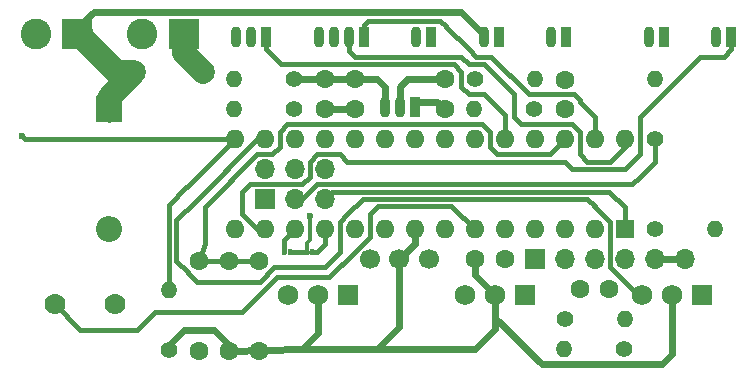
<source format=gtl>
G04 #@! TF.FileFunction,Copper,L1,Top,Signal*
%FSLAX46Y46*%
G04 Gerber Fmt 4.6, Leading zero omitted, Abs format (unit mm)*
G04 Created by KiCad (PCBNEW 4.0.7) date 08/30/19 18:47:50*
%MOMM*%
%LPD*%
G01*
G04 APERTURE LIST*
%ADD10C,0.100000*%
%ADD11O,0.900000X1.800000*%
%ADD12R,0.900000X1.700000*%
%ADD13R,0.850000X1.700000*%
%ADD14O,0.850000X1.800000*%
%ADD15C,1.600000*%
%ADD16R,2.200000X2.200000*%
%ADD17O,2.200000X2.200000*%
%ADD18C,2.000000*%
%ADD19C,1.778000*%
%ADD20R,1.700000X1.700000*%
%ADD21O,1.700000X1.700000*%
%ADD22C,1.750000*%
%ADD23R,1.750000X1.750000*%
%ADD24R,1.600000X1.600000*%
%ADD25O,1.600000X1.600000*%
%ADD26R,2.600000X2.600000*%
%ADD27C,2.600000*%
%ADD28C,1.700000*%
%ADD29C,1.400000*%
%ADD30O,1.400000X1.400000*%
%ADD31R,0.400000X0.600000*%
%ADD32C,0.600000*%
%ADD33C,0.406400*%
%ADD34C,0.609600*%
%ADD35C,0.304800*%
%ADD36C,2.032000*%
G04 APERTURE END LIST*
D10*
D11*
X150358000Y-92380000D03*
X149088000Y-92380000D03*
D12*
X151628000Y-92380000D03*
D13*
X139055000Y-86500000D03*
D14*
X137805000Y-86500000D03*
X136555000Y-86500000D03*
D13*
X147310000Y-86500000D03*
D14*
X146060000Y-86500000D03*
X144810000Y-86500000D03*
X143560000Y-86500000D03*
D15*
X133350000Y-105410000D03*
X133350000Y-113030000D03*
D16*
X125720000Y-92615000D03*
D17*
X125720000Y-102775000D03*
D18*
X127900000Y-89440000D03*
X133700000Y-89440000D03*
D19*
X126228000Y-109125000D03*
X121148000Y-109125000D03*
D20*
X161788000Y-105315000D03*
D21*
X164328000Y-105315000D03*
X166868000Y-105315000D03*
X169408000Y-105315000D03*
X171948000Y-105315000D03*
X174488000Y-105315000D03*
D22*
X170918000Y-108365000D03*
X173458000Y-108365000D03*
D23*
X175998000Y-108365000D03*
D24*
X169408000Y-102775000D03*
D25*
X136388000Y-95155000D03*
X166868000Y-102775000D03*
X138928000Y-95155000D03*
X164328000Y-102775000D03*
X141468000Y-95155000D03*
X161788000Y-102775000D03*
X144008000Y-95155000D03*
X159248000Y-102775000D03*
X146548000Y-95155000D03*
X156708000Y-102775000D03*
X149088000Y-95155000D03*
X154168000Y-102775000D03*
X151628000Y-95155000D03*
X151628000Y-102775000D03*
X154168000Y-95155000D03*
X149088000Y-102775000D03*
X156708000Y-95155000D03*
X146548000Y-102775000D03*
X159248000Y-95155000D03*
X144008000Y-102775000D03*
X161788000Y-95155000D03*
X141468000Y-102775000D03*
X164328000Y-95155000D03*
X138928000Y-102775000D03*
X166868000Y-95155000D03*
X136388000Y-102775000D03*
X169408000Y-95155000D03*
D26*
X132070000Y-86265000D03*
D27*
X128570000Y-86265000D03*
D26*
X123053000Y-86265000D03*
D27*
X119553000Y-86265000D03*
D28*
X147818000Y-105315000D03*
X150318000Y-105315000D03*
X152818000Y-105315000D03*
D29*
X164368000Y-110395000D03*
D30*
X169448000Y-110395000D03*
D29*
X169368000Y-112935000D03*
D30*
X164288000Y-112935000D03*
D15*
X154168000Y-90075000D03*
X154168000Y-92575000D03*
X146548000Y-90075000D03*
X146548000Y-92575000D03*
X159248000Y-105315000D03*
X156748000Y-105315000D03*
X144008000Y-90075000D03*
X144008000Y-92575000D03*
X165598000Y-107855000D03*
X168098000Y-107855000D03*
D29*
X171988000Y-102775000D03*
D30*
X177068000Y-102775000D03*
D15*
X164328000Y-92615000D03*
X164328000Y-90115000D03*
D29*
X156748000Y-90075000D03*
D30*
X161828000Y-90075000D03*
D29*
X161748000Y-92615000D03*
D30*
X156668000Y-92615000D03*
D22*
X155918000Y-108365000D03*
X158458000Y-108365000D03*
D23*
X160998000Y-108365000D03*
D22*
X140918000Y-108365000D03*
X143458000Y-108365000D03*
D23*
X145998000Y-108365000D03*
D29*
X141428000Y-92615000D03*
D30*
X136348000Y-92615000D03*
D29*
X141428000Y-90075000D03*
D30*
X136348000Y-90075000D03*
D29*
X171948000Y-95115000D03*
D30*
X171948000Y-90035000D03*
D15*
X135890000Y-105410000D03*
X135890000Y-113030000D03*
D29*
X130810000Y-112990000D03*
D30*
X130810000Y-107910000D03*
D20*
X138928000Y-100235000D03*
D21*
X138928000Y-97695000D03*
X141468000Y-100235000D03*
X141468000Y-97695000D03*
X144008000Y-100235000D03*
X144008000Y-97695000D03*
D31*
X140583000Y-104680000D03*
X141083000Y-104680000D03*
X142988000Y-104680000D03*
X142488000Y-104680000D03*
D15*
X138430000Y-105410000D03*
X138430000Y-113030000D03*
D13*
X172710000Y-86500000D03*
D14*
X171460000Y-86500000D03*
D13*
X164455000Y-86500000D03*
D14*
X163205000Y-86500000D03*
D13*
X178425000Y-86500000D03*
D14*
X177175000Y-86500000D03*
D13*
X153025000Y-86500000D03*
D14*
X151775000Y-86500000D03*
D13*
X158740000Y-86500000D03*
D14*
X157490000Y-86500000D03*
D32*
X142748000Y-101600000D03*
X118354000Y-94901000D03*
D33*
X169408000Y-102775000D02*
X169408000Y-100870000D01*
X144671598Y-99571402D02*
X144008000Y-100235000D01*
X168109402Y-99571402D02*
X144671598Y-99571402D01*
X169408000Y-100870000D02*
X168109402Y-99571402D01*
X169408000Y-102140000D02*
X169408000Y-102775000D01*
D34*
X135890000Y-113030000D02*
X135890000Y-112522000D01*
X135890000Y-112522000D02*
X134620000Y-111252000D01*
X132080000Y-111252000D02*
X130810000Y-112522000D01*
X134620000Y-111252000D02*
X132080000Y-111252000D01*
X130810000Y-112522000D02*
X130810000Y-112990000D01*
D35*
X142488000Y-104680000D02*
X142488000Y-103892000D01*
X142748000Y-103632000D02*
X142748000Y-101600000D01*
X142488000Y-103892000D02*
X142748000Y-103632000D01*
D33*
X138430000Y-113030000D02*
X135724402Y-113030000D01*
X135724402Y-113030000D02*
X135890000Y-113030000D01*
X142488000Y-104680000D02*
X141083000Y-104680000D01*
D34*
X151628000Y-91980000D02*
X153573000Y-91980000D01*
X153573000Y-91980000D02*
X154168000Y-92575000D01*
X144008000Y-92575000D02*
X146548000Y-92575000D01*
X150318000Y-105315000D02*
X150318000Y-111070000D01*
X150318000Y-111070000D02*
X148453000Y-112935000D01*
X151628000Y-102775000D02*
X151628000Y-104005000D01*
X151628000Y-104005000D02*
X150318000Y-105315000D01*
X143458000Y-108365000D02*
X143458000Y-111580000D01*
X143458000Y-111580000D02*
X142103000Y-112935000D01*
X158458000Y-108365000D02*
X158458000Y-111185000D01*
X158458000Y-111185000D02*
X156708000Y-112935000D01*
X156708000Y-112935000D02*
X148453000Y-112935000D01*
X148453000Y-112935000D02*
X142103000Y-112935000D01*
X173458000Y-108365000D02*
X173458000Y-113330000D01*
X158458000Y-110240000D02*
X158458000Y-108365000D01*
X162423000Y-114205000D02*
X158458000Y-110240000D01*
X172583000Y-114205000D02*
X162423000Y-114205000D01*
X173458000Y-113330000D02*
X172583000Y-114205000D01*
X174488000Y-105315000D02*
X171948000Y-105315000D01*
X173218000Y-108125000D02*
X173458000Y-108365000D01*
X156748000Y-105315000D02*
X156748000Y-106655000D01*
X156748000Y-106655000D02*
X158458000Y-108365000D01*
X142103000Y-112935000D02*
X135890000Y-113030000D01*
D33*
X159248000Y-95155000D02*
X159248000Y-93123000D01*
X155565000Y-89440000D02*
X154930000Y-88805000D01*
X155565000Y-90710000D02*
X155565000Y-89440000D01*
X156200000Y-91345000D02*
X155565000Y-90710000D01*
X157470000Y-91345000D02*
X156200000Y-91345000D01*
X159248000Y-93123000D02*
X157470000Y-91345000D01*
X140960000Y-88805000D02*
X140325000Y-88805000D01*
X139055000Y-87535000D02*
X139055000Y-86900000D01*
X140325000Y-88805000D02*
X139055000Y-87535000D01*
X140833000Y-88805000D02*
X140960000Y-88805000D01*
X140960000Y-88805000D02*
X154930000Y-88805000D01*
X138430000Y-105410000D02*
X135890000Y-105410000D01*
X133848000Y-104045000D02*
X133848000Y-100870000D01*
X133350000Y-105410000D02*
X133848000Y-104045000D01*
X133848000Y-100870000D02*
X138293000Y-96425000D01*
X135890000Y-105410000D02*
X133350000Y-105410000D01*
X142103000Y-93885000D02*
X140833000Y-93885000D01*
X139563000Y-96425000D02*
X138293000Y-96425000D01*
X140198000Y-95790000D02*
X139563000Y-96425000D01*
X140198000Y-94520000D02*
X140198000Y-95790000D01*
X140833000Y-93885000D02*
X140198000Y-94520000D01*
X164328000Y-95155000D02*
X163058000Y-96425000D01*
X158613000Y-96425000D02*
X163058000Y-96425000D01*
X157978000Y-95790000D02*
X158613000Y-96425000D01*
X157978000Y-94520000D02*
X157978000Y-95790000D01*
X157343000Y-93885000D02*
X157978000Y-94520000D01*
X142103000Y-93885000D02*
X157343000Y-93885000D01*
X154295000Y-85630000D02*
X154295000Y-85588000D01*
X165598000Y-91980000D02*
X166868000Y-93250000D01*
X166868000Y-95155000D02*
X166868000Y-93250000D01*
X165598000Y-91853000D02*
X165090000Y-91345000D01*
X165090000Y-91345000D02*
X161280000Y-91345000D01*
X161280000Y-91345000D02*
X158105000Y-88170000D01*
X165598000Y-91980000D02*
X165598000Y-91853000D01*
X156835000Y-88170000D02*
X156200000Y-87535000D01*
X158105000Y-88170000D02*
X156835000Y-88170000D01*
X156200000Y-87535000D02*
X154295000Y-85630000D01*
X147310000Y-85481000D02*
X147310000Y-86900000D01*
X147701000Y-85090000D02*
X147310000Y-85481000D01*
X153797000Y-85090000D02*
X147701000Y-85090000D01*
X154295000Y-85588000D02*
X153797000Y-85090000D01*
X147183000Y-88170000D02*
X146548000Y-88170000D01*
X155565000Y-88170000D02*
X147183000Y-88170000D01*
X160645000Y-93885000D02*
X160010000Y-93250000D01*
X160010000Y-93250000D02*
X160010000Y-91345000D01*
X160010000Y-91345000D02*
X157470000Y-88805000D01*
X163820000Y-93885000D02*
X160645000Y-93885000D01*
X156200000Y-88805000D02*
X155565000Y-88170000D01*
X157470000Y-88805000D02*
X156200000Y-88805000D01*
X146060000Y-87682000D02*
X146060000Y-86900000D01*
X146548000Y-88170000D02*
X146060000Y-87682000D01*
X169408000Y-95155000D02*
X169408000Y-95790000D01*
X169408000Y-95790000D02*
X168138000Y-97060000D01*
X168138000Y-97060000D02*
X166233000Y-97060000D01*
X166233000Y-97060000D02*
X165598000Y-96425000D01*
X165598000Y-96425000D02*
X165598000Y-94520000D01*
X165598000Y-94520000D02*
X164963000Y-93885000D01*
X164963000Y-93885000D02*
X163820000Y-93885000D01*
X163820000Y-93885000D02*
X163693000Y-93885000D01*
X169408000Y-95155000D02*
X169408000Y-95790000D01*
X132079698Y-95123001D02*
X136356001Y-95123001D01*
X136356001Y-95123001D02*
X136388000Y-95155000D01*
X118608000Y-95155000D02*
X132079698Y-95123001D01*
X132079698Y-95123001D02*
X132080000Y-95123000D01*
X118608000Y-95155000D02*
X118354000Y-94901000D01*
X132324000Y-99219000D02*
X132302000Y-99219000D01*
X136388000Y-95155000D02*
X132324000Y-99219000D01*
X130810000Y-100711000D02*
X130810000Y-107910000D01*
X132302000Y-99219000D02*
X130810000Y-100711000D01*
X178425000Y-86900000D02*
X178425000Y-87535000D01*
X177790000Y-88170000D02*
X175758000Y-88170000D01*
X178425000Y-87535000D02*
X177790000Y-88170000D01*
X138928000Y-102775000D02*
X138293000Y-102775000D01*
X138293000Y-102775000D02*
X137023000Y-101505000D01*
X137023000Y-101505000D02*
X137023000Y-99600000D01*
X137023000Y-99600000D02*
X137658000Y-98965000D01*
X137658000Y-98965000D02*
X140833000Y-98965000D01*
X140833000Y-98965000D02*
X142103000Y-98965000D01*
X169408000Y-97695000D02*
X170678000Y-96425000D01*
X164963000Y-97695000D02*
X169408000Y-97695000D01*
X164328000Y-97060000D02*
X164963000Y-97695000D01*
X161153000Y-97060000D02*
X164328000Y-97060000D01*
X145913000Y-97060000D02*
X161153000Y-97060000D01*
X145278000Y-96425000D02*
X145913000Y-97060000D01*
X143373000Y-96425000D02*
X145278000Y-96425000D01*
X142738000Y-97060000D02*
X143373000Y-96425000D01*
X142738000Y-98330000D02*
X142738000Y-97060000D01*
X142103000Y-98965000D02*
X142738000Y-98330000D01*
X170678000Y-93250000D02*
X175758000Y-88170000D01*
X170678000Y-96425000D02*
X170678000Y-93250000D01*
X140583000Y-104680000D02*
X140583000Y-103660000D01*
X140583000Y-103660000D02*
X141468000Y-102775000D01*
X144008000Y-102775000D02*
X144008000Y-104045000D01*
X143373000Y-104680000D02*
X142988000Y-104680000D01*
X144008000Y-104045000D02*
X143373000Y-104680000D01*
X137043257Y-109739521D02*
X129655479Y-109739521D01*
X123275000Y-111252000D02*
X121148000Y-109125000D01*
X128143000Y-111252000D02*
X123275000Y-111252000D01*
X129655479Y-109739521D02*
X128143000Y-111252000D01*
X137023000Y-109760000D02*
X137043257Y-109739521D01*
X137043257Y-109739521D02*
X139944000Y-106807000D01*
X144389000Y-106807000D02*
X139944000Y-106807000D01*
X146548000Y-104680000D02*
X147818000Y-103410000D01*
X147818000Y-103410000D02*
X147818000Y-101505000D01*
X147818000Y-101505000D02*
X148538794Y-100784206D01*
X148538794Y-100784206D02*
X154717206Y-100784206D01*
X156708000Y-102775000D02*
X154717206Y-100784206D01*
X146548000Y-104680000D02*
X144389000Y-106807000D01*
X171948000Y-95115000D02*
X171948000Y-97060000D01*
X170678000Y-98330000D02*
X171948000Y-97060000D01*
X141468000Y-100235000D02*
X142103000Y-100235000D01*
X142103000Y-100235000D02*
X143373000Y-98965000D01*
X170043000Y-98965000D02*
X170678000Y-98330000D01*
X143373000Y-98965000D02*
X170043000Y-98965000D01*
D34*
X146548000Y-90075000D02*
X148453000Y-90075000D01*
X149088000Y-90710000D02*
X149088000Y-91980000D01*
X148453000Y-90075000D02*
X149088000Y-90710000D01*
X144008000Y-90075000D02*
X146548000Y-90075000D01*
X141428000Y-90075000D02*
X144008000Y-90075000D01*
D33*
X131445000Y-102870000D02*
X131445000Y-102003000D01*
X138293000Y-95155000D02*
X133086000Y-100362000D01*
X132451000Y-106416000D02*
X131445000Y-105410000D01*
X131445000Y-105410000D02*
X131445000Y-102870000D01*
X144008000Y-105978598D02*
X139766402Y-105978598D01*
X145278000Y-104680000D02*
X144008000Y-105950000D01*
X166868000Y-100812804D02*
X166868000Y-100870000D01*
X166868000Y-100812804D02*
X166233000Y-100177804D01*
X166233000Y-100177804D02*
X147240196Y-100177804D01*
X147240196Y-100177804D02*
X145913000Y-101505000D01*
X145278000Y-102140000D02*
X145913000Y-101505000D01*
X145278000Y-103410000D02*
X145278000Y-102140000D01*
X145278000Y-103410000D02*
X145278000Y-104680000D01*
X144008000Y-105978598D02*
X144008000Y-105950000D01*
X137658000Y-107220000D02*
X133213000Y-107220000D01*
X133213000Y-107220000D02*
X132451000Y-106458000D01*
X138525000Y-107220000D02*
X137658000Y-107220000D01*
X139766402Y-105978598D02*
X138525000Y-107220000D01*
X132451000Y-106458000D02*
X132451000Y-106416000D01*
X131445000Y-102003000D02*
X133086000Y-100362000D01*
X166868000Y-100870000D02*
X168138000Y-102140000D01*
X168138000Y-105950000D02*
X170553000Y-108365000D01*
X168138000Y-102140000D02*
X168138000Y-105950000D01*
X166810804Y-100812804D02*
X166868000Y-100870000D01*
X138293000Y-95155000D02*
X138928000Y-95155000D01*
X138928000Y-95155000D02*
X138293000Y-95155000D01*
X138928000Y-95155000D02*
X138928000Y-94520000D01*
X170553000Y-108365000D02*
X170918000Y-108365000D01*
D36*
X132070000Y-86265000D02*
X132070000Y-87810000D01*
X132070000Y-87810000D02*
X133700000Y-89440000D01*
D34*
X123053000Y-86265000D02*
X123053000Y-85757000D01*
X123053000Y-85757000D02*
X124450000Y-84360000D01*
X157490000Y-86285000D02*
X157490000Y-86900000D01*
X155565000Y-84360000D02*
X157490000Y-86285000D01*
X124450000Y-84360000D02*
X155565000Y-84360000D01*
D33*
X125720000Y-92615000D02*
X125720000Y-93504000D01*
D36*
X123053000Y-86265000D02*
X123180000Y-86265000D01*
X123180000Y-86265000D02*
X126355000Y-89440000D01*
X126355000Y-89440000D02*
X127900000Y-89440000D01*
X125720000Y-92615000D02*
X125720000Y-91620000D01*
X125720000Y-91620000D02*
X127900000Y-89440000D01*
D34*
X123053000Y-86265000D02*
X123053000Y-86011000D01*
D36*
X123053000Y-86265000D02*
X123455000Y-86265000D01*
D34*
X150358000Y-91980000D02*
X150358000Y-90710000D01*
X150993000Y-90075000D02*
X154168000Y-90075000D01*
X150358000Y-90710000D02*
X150993000Y-90075000D01*
M02*

</source>
